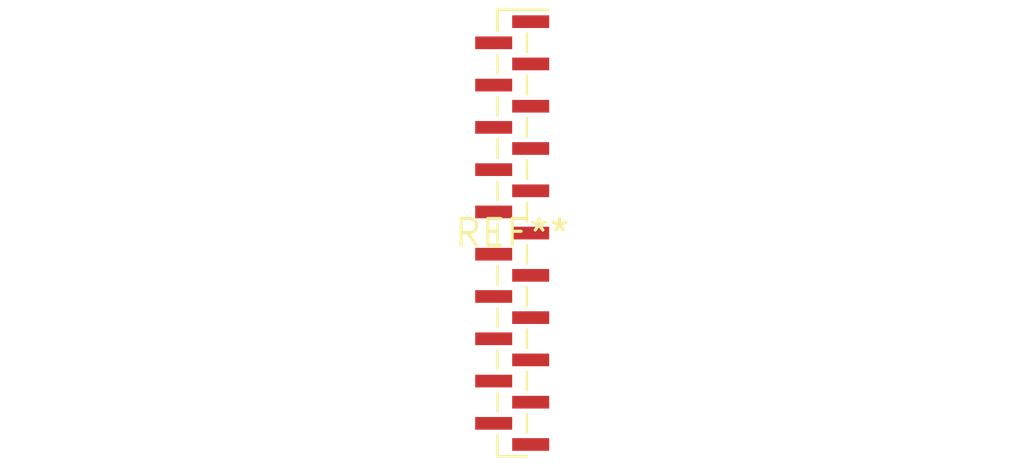
<source format=kicad_pcb>
(kicad_pcb (version 20240108) (generator pcbnew)
  (layers (0 "F.Cu" signal) (31 "B.Cu" signal) (34 "B.Paste" user) (35 "F.Paste" user) (36 "B.SilkS" user "B.Silkscreen") (37 "F.SilkS" user "F.Silkscreen") (38 "B.Mask" user) (39 "F.Mask" user) (44 "Edge.Cuts" user))
  (net 0 "")
  (footprint "PinHeader_1x21_P1.00mm_Vertical_SMD_Pin1Right" (layer "F.Cu") (at 0 0)
    (property "Reference" "REF**")
    (property "Value" "PinHeader_1x21_P1.00mm_Vertical_SMD_Pin1Right")
    (fp_line (start -0.695 -10.56) (end -0.695 -9.56) (layer "F.SilkS") (stroke (width 0.12)))
    (fp_line (start -0.695 -10.56) (end 0.695 -10.56) (layer "F.SilkS") (stroke (width 0.12)))
    (fp_line (start -0.695 -10.44) (end -0.695 -9.56) (layer "F.SilkS") (stroke (width 0.12)))
    (fp_line (start -0.695 -8.44) (end -0.695 -7.56) (layer "F.SilkS") (stroke (width 0.12)))
    (fp_line (start -0.695 -6.44) (end -0.695 -5.56) (layer "F.SilkS") (stroke (width 0.12)))
    (fp_line (start -0.695 -4.44) (end -0.695 -3.56) (layer "F.SilkS") (stroke (width 0.12)))
    (fp_line (start -0.695 -2.44) (end -0.695 -1.56) (layer "F.SilkS") (stroke (width 0.12)))
    (fp_line (start -0.695 -0.44) (end -0.695 0.44) (layer "F.SilkS") (stroke (width 0.12)))
    (fp_line (start -0.695 1.56) (end -0.695 2.44) (layer "F.SilkS") (stroke (width 0.12)))
    (fp_line (start -0.695 3.56) (end -0.695 4.44) (layer "F.SilkS") (stroke (width 0.12)))
    (fp_line (start -0.695 5.56) (end -0.695 6.44) (layer "F.SilkS") (stroke (width 0.12)))
    (fp_line (start -0.695 7.56) (end -0.695 8.44) (layer "F.SilkS") (stroke (width 0.12)))
    (fp_line (start -0.695 9.56) (end -0.695 10.56) (layer "F.SilkS") (stroke (width 0.12)))
    (fp_line (start -0.695 10.56) (end -0.695 10.56) (layer "F.SilkS") (stroke (width 0.12)))
    (fp_line (start -0.695 10.56) (end 0.695 10.56) (layer "F.SilkS") (stroke (width 0.12)))
    (fp_line (start 0.695 -10.56) (end 0.695 -10.56) (layer "F.SilkS") (stroke (width 0.12)))
    (fp_line (start 0.695 -10.56) (end 1.69 -10.56) (layer "F.SilkS") (stroke (width 0.12)))
    (fp_line (start 0.695 -9.44) (end 0.695 -8.56) (layer "F.SilkS") (stroke (width 0.12)))
    (fp_line (start 0.695 -7.44) (end 0.695 -6.56) (layer "F.SilkS") (stroke (width 0.12)))
    (fp_line (start 0.695 -5.44) (end 0.695 -4.56) (layer "F.SilkS") (stroke (width 0.12)))
    (fp_line (start 0.695 -3.44) (end 0.695 -2.56) (layer "F.SilkS") (stroke (width 0.12)))
    (fp_line (start 0.695 -1.44) (end 0.695 -0.56) (layer "F.SilkS") (stroke (width 0.12)))
    (fp_line (start 0.695 0.56) (end 0.695 1.44) (layer "F.SilkS") (stroke (width 0.12)))
    (fp_line (start 0.695 2.56) (end 0.695 3.44) (layer "F.SilkS") (stroke (width 0.12)))
    (fp_line (start 0.695 4.56) (end 0.695 5.44) (layer "F.SilkS") (stroke (width 0.12)))
    (fp_line (start 0.695 6.56) (end 0.695 7.44) (layer "F.SilkS") (stroke (width 0.12)))
    (fp_line (start 0.695 8.56) (end 0.695 9.44) (layer "F.SilkS") (stroke (width 0.12)))
    (pad "1" smd rect (at 0.875 -10) (size 1.75 0.6) (layers "F.Cu" "F.Paste" "F.Mask"))
    (pad "2" smd rect (at -0.875 -9) (size 1.75 0.6) (layers "F.Cu" "F.Paste" "F.Mask"))
    (pad "3" smd rect (at 0.875 -8) (size 1.75 0.6) (layers "F.Cu" "F.Paste" "F.Mask"))
    (pad "4" smd rect (at -0.875 -7) (size 1.75 0.6) (layers "F.Cu" "F.Paste" "F.Mask"))
    (pad "5" smd rect (at 0.875 -6) (size 1.75 0.6) (layers "F.Cu" "F.Paste" "F.Mask"))
    (pad "6" smd rect (at -0.875 -5) (size 1.75 0.6) (layers "F.Cu" "F.Paste" "F.Mask"))
    (pad "7" smd rect (at 0.875 -4) (size 1.75 0.6) (layers "F.Cu" "F.Paste" "F.Mask"))
    (pad "8" smd rect (at -0.875 -3) (size 1.75 0.6) (layers "F.Cu" "F.Paste" "F.Mask"))
    (pad "9" smd rect (at 0.875 -2) (size 1.75 0.6) (layers "F.Cu" "F.Paste" "F.Mask"))
    (pad "10" smd rect (at -0.875 -1) (size 1.75 0.6) (layers "F.Cu" "F.Paste" "F.Mask"))
    (pad "11" smd rect (at 0.875 0) (size 1.75 0.6) (layers "F.Cu" "F.Paste" "F.Mask"))
    (pad "12" smd rect (at -0.875 1) (size 1.75 0.6) (layers "F.Cu" "F.Paste" "F.Mask"))
    (pad "13" smd rect (at 0.875 2) (size 1.75 0.6) (layers "F.Cu" "F.Paste" "F.Mask"))
    (pad "14" smd rect (at -0.875 3) (size 1.75 0.6) (layers "F.Cu" "F.Paste" "F.Mask"))
    (pad "15" smd rect (at 0.875 4) (size 1.75 0.6) (layers "F.Cu" "F.Paste" "F.Mask"))
    (pad "16" smd rect (at -0.875 5) (size 1.75 0.6) (layers "F.Cu" "F.Paste" "F.Mask"))
    (pad "17" smd rect (at 0.875 6) (size 1.75 0.6) (layers "F.Cu" "F.Paste" "F.Mask"))
    (pad "18" smd rect (at -0.875 7) (size 1.75 0.6) (layers "F.Cu" "F.Paste" "F.Mask"))
    (pad "19" smd rect (at 0.875 8) (size 1.75 0.6) (layers "F.Cu" "F.Paste" "F.Mask"))
    (pad "20" smd rect (at -0.875 9) (size 1.75 0.6) (layers "F.Cu" "F.Paste" "F.Mask"))
    (pad "21" smd rect (at 0.875 10) (size 1.75 0.6) (layers "F.Cu" "F.Paste" "F.Mask"))
  )
)
</source>
